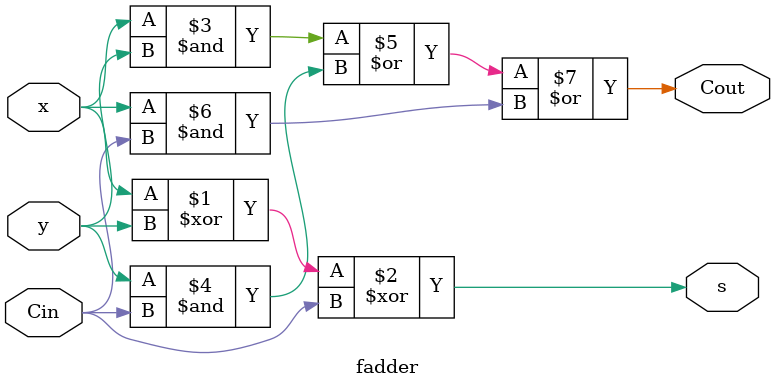
<source format=v>
module bcd(x,y,s,Cout);
input[3:0]x,y;
output[3:0]s;
output Cout;
wire[3:0]z;
wire c,cc;
add_sub_4 b0(x,y,1'b0,z,c);
assign Cout=c|(z[3]&z[2]|z[3]&z[1]);
add_sub_4 b1({1'b0,cc,cc,1'b0},z,1'b0,s,cc);
endmodule

module mult2(x,y,p);
input[1:0]x,y;
output[3:0]p;
assign p[0]=x[0]&y[0];
adder2 m0({x[1]&y[1],x[0]&y[1]},{1'b0,x[1]&y[0]},1'b0,p[2:1],p[3]);
endmodule

module adder2(x,y,Cin,s,Cout);
input[1:0]x,y;
input Cin;
output[1:0]s;
output Cout;
wire c;
fadder a0(x[0],y[0],Cin,s[0],c);
fadder a1(x[1],y[1],c,s[1],Cout);
endmodule


module add_sub_4(x,y,Cin,s,Cout);
input [3:0]x,y;
input Cin;
output[3:0]s;
output Cout;
integer i;
wire [3:0]Y;
wire[2:0]c;
assign Y[0]=y[0]^Cin;
assign Y[1]=y[1]^Cin;
assign Y[2]=y[2]^Cin;
assign Y[3]=y[3]^Cin;
fadder s0(x[0],Y[0],Cin,s[0],c[0]);
fadder s1(x[1],Y[1],c[0],s[1],c[1]);
fadder s2(x[2],Y[2],c[1],s[2],c[2]);
fadder s3(x[3],Y[3],c[2],s[3],Cout);
endmodule

module fadder(x,y,Cin,s,Cout);
input x,y,Cin;
output s,Cout;
assign s = x^y^Cin;
assign Cout=(x&y)|(y&Cin)|(x&Cin);
endmodule
</source>
